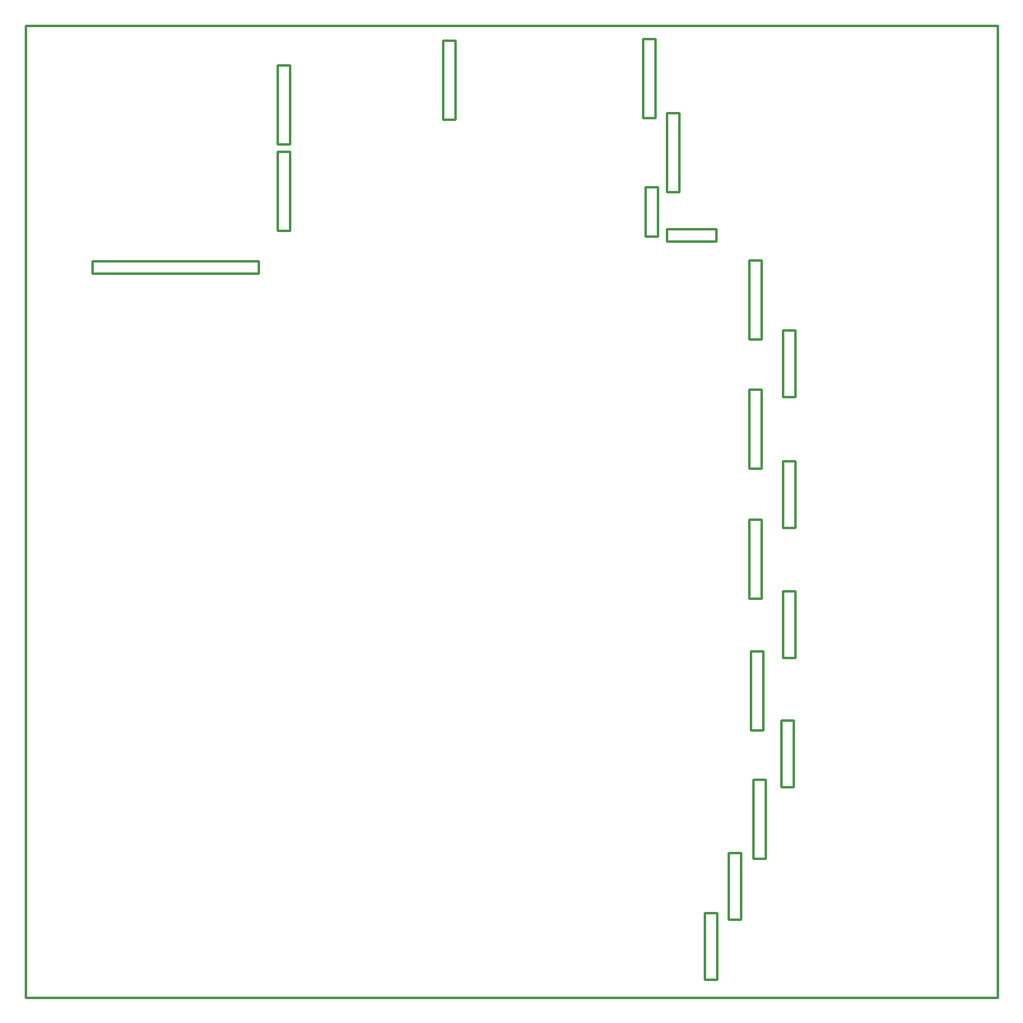
<source format=gko>
G04 Layer: BoardOutline*
G04 EasyEDA v6.4.17, 2021-03-22T15:56:55+00:00*
G04 658c0ce66da44e4f8c80b51cc6799b00,637d308c6d204718a186f4f1e4ce3e04,10*
G04 Gerber Generator version 0.2*
G04 Scale: 100 percent, Rotated: No, Reflected: No *
G04 Dimensions in millimeters *
G04 leading zeros omitted , absolute positions ,4 integer and 5 decimal *
%FSLAX45Y45*%
%MOMM*%

%ADD10C,0.2540*%
D10*
X0Y0D02*
G01*
X10000000Y0D01*
X10000000Y-10000000D01*
X0Y-10000000D01*
X0Y0D01*
X2717800Y-406400D02*
G01*
X2717800Y-1219200D01*
X2717800Y-1219200D02*
G01*
X2590800Y-1219200D01*
X2590800Y-1219200D02*
G01*
X2590800Y-406400D01*
X2590800Y-406400D02*
G01*
X2717800Y-406400D01*
X2717800Y-1295400D02*
G01*
X2717800Y-2108200D01*
X2717800Y-2108200D02*
G01*
X2590800Y-2108200D01*
X2590800Y-2108200D02*
G01*
X2590800Y-1295400D01*
X2590800Y-1295400D02*
G01*
X2717800Y-1295400D01*
X685800Y-2425700D02*
G01*
X2393950Y-2425700D01*
X2393950Y-2425700D02*
G01*
X2393950Y-2552700D01*
X2393950Y-2552700D02*
G01*
X685800Y-2552700D01*
X685800Y-2552700D02*
G01*
X685800Y-2425700D01*
X6502400Y-1663700D02*
G01*
X6502400Y-2171700D01*
X6502400Y-2171700D02*
G01*
X6375400Y-2171700D01*
X6375400Y-2171700D02*
G01*
X6375400Y-1663700D01*
X6375400Y-1663700D02*
G01*
X6502400Y-1663700D01*
X6477000Y-139700D02*
G01*
X6477000Y-952500D01*
X6477000Y-952500D02*
G01*
X6350000Y-952500D01*
X6350000Y-952500D02*
G01*
X6350000Y-139700D01*
X6350000Y-139700D02*
G01*
X6477000Y-139700D01*
X6718300Y-901700D02*
G01*
X6718300Y-1714500D01*
X6718300Y-1714500D02*
G01*
X6591300Y-1714500D01*
X6591300Y-1714500D02*
G01*
X6591300Y-901700D01*
X6591300Y-901700D02*
G01*
X6718300Y-901700D01*
X6591300Y-2095500D02*
G01*
X7099300Y-2095500D01*
X7099300Y-2095500D02*
G01*
X7099300Y-2222500D01*
X7099300Y-2222500D02*
G01*
X6591300Y-2222500D01*
X6591300Y-2222500D02*
G01*
X6591300Y-2095500D01*
X7581900Y-6438900D02*
G01*
X7581900Y-7251700D01*
X7581900Y-7251700D02*
G01*
X7454900Y-7251700D01*
X7454900Y-7251700D02*
G01*
X7454900Y-6438900D01*
X7454900Y-6438900D02*
G01*
X7581900Y-6438900D01*
X7899400Y-7150100D02*
G01*
X7899400Y-7835900D01*
X7899400Y-7835900D02*
G01*
X7772400Y-7835900D01*
X7772400Y-7835900D02*
G01*
X7772400Y-7150100D01*
X7772400Y-7150100D02*
G01*
X7899400Y-7150100D01*
X7912100Y-5816600D02*
G01*
X7912100Y-6502400D01*
X7912100Y-6502400D02*
G01*
X7785100Y-6502400D01*
X7785100Y-6502400D02*
G01*
X7785100Y-5816600D01*
X7785100Y-5816600D02*
G01*
X7912100Y-5816600D01*
X7912100Y-4483100D02*
G01*
X7912100Y-5168900D01*
X7912100Y-5168900D02*
G01*
X7785100Y-5168900D01*
X7785100Y-5168900D02*
G01*
X7785100Y-4483100D01*
X7785100Y-4483100D02*
G01*
X7912100Y-4483100D01*
X7912100Y-3136900D02*
G01*
X7912100Y-3822700D01*
X7912100Y-3822700D02*
G01*
X7785100Y-3822700D01*
X7785100Y-3822700D02*
G01*
X7785100Y-3136900D01*
X7785100Y-3136900D02*
G01*
X7912100Y-3136900D01*
X7607300Y-7759700D02*
G01*
X7607300Y-8572500D01*
X7607300Y-8572500D02*
G01*
X7480300Y-8572500D01*
X7480300Y-8572500D02*
G01*
X7480300Y-7759700D01*
X7480300Y-7759700D02*
G01*
X7607300Y-7759700D01*
X7353300Y-8509000D02*
G01*
X7353300Y-9194800D01*
X7353300Y-9194800D02*
G01*
X7226300Y-9194800D01*
X7226300Y-9194800D02*
G01*
X7226300Y-8509000D01*
X7226300Y-8509000D02*
G01*
X7353300Y-8509000D01*
X7112000Y-9131300D02*
G01*
X7112000Y-9817100D01*
X7112000Y-9817100D02*
G01*
X6985000Y-9817100D01*
X6985000Y-9817100D02*
G01*
X6985000Y-9131300D01*
X6985000Y-9131300D02*
G01*
X7112000Y-9131300D01*
X7569200Y-5080000D02*
G01*
X7569200Y-5892800D01*
X7569200Y-5892800D02*
G01*
X7442200Y-5892800D01*
X7442200Y-5892800D02*
G01*
X7442200Y-5080000D01*
X7442200Y-5080000D02*
G01*
X7569200Y-5080000D01*
X7569200Y-3746500D02*
G01*
X7569200Y-4559300D01*
X7569200Y-4559300D02*
G01*
X7442200Y-4559300D01*
X7442200Y-4559300D02*
G01*
X7442200Y-3746500D01*
X7442200Y-3746500D02*
G01*
X7569200Y-3746500D01*
X7569200Y-2413000D02*
G01*
X7569200Y-3225800D01*
X7569200Y-3225800D02*
G01*
X7442200Y-3225800D01*
X7442200Y-3225800D02*
G01*
X7442200Y-2413000D01*
X7442200Y-2413000D02*
G01*
X7569200Y-2413000D01*
X4419600Y-152400D02*
G01*
X4419600Y-965200D01*
X4419600Y-965200D02*
G01*
X4292600Y-965200D01*
X4292600Y-965200D02*
G01*
X4292600Y-152400D01*
X4292600Y-152400D02*
G01*
X4419600Y-152400D01*

%LPD*%
M02*

</source>
